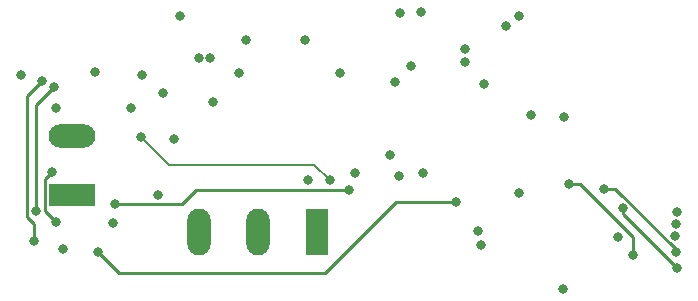
<source format=gbr>
%TF.GenerationSoftware,KiCad,Pcbnew,6.0.2+dfsg-1*%
%TF.CreationDate,2023-01-31T13:21:46-05:00*%
%TF.ProjectId,sensor-board,73656e73-6f72-42d6-926f-6172642e6b69,v1.0*%
%TF.SameCoordinates,Original*%
%TF.FileFunction,Copper,L2,Inr*%
%TF.FilePolarity,Positive*%
%FSLAX46Y46*%
G04 Gerber Fmt 4.6, Leading zero omitted, Abs format (unit mm)*
G04 Created by KiCad (PCBNEW 6.0.2+dfsg-1) date 2023-01-31 13:21:46*
%MOMM*%
%LPD*%
G01*
G04 APERTURE LIST*
%TA.AperFunction,ComponentPad*%
%ADD10R,1.980000X3.960000*%
%TD*%
%TA.AperFunction,ComponentPad*%
%ADD11O,1.980000X3.960000*%
%TD*%
%TA.AperFunction,ComponentPad*%
%ADD12R,3.960000X1.980000*%
%TD*%
%TA.AperFunction,ComponentPad*%
%ADD13O,3.960000X1.980000*%
%TD*%
%TA.AperFunction,ViaPad*%
%ADD14C,0.800000*%
%TD*%
%TA.AperFunction,Conductor*%
%ADD15C,0.200000*%
%TD*%
%TA.AperFunction,Conductor*%
%ADD16C,0.250000*%
%TD*%
G04 APERTURE END LIST*
D10*
%TO.N,+3V3*%
%TO.C,J3*%
X103000000Y-144250000D03*
D11*
%TO.N,DQ*%
X98000000Y-144250000D03*
%TO.N,GND*%
X93000000Y-144250000D03*
%TD*%
D12*
%TO.N,VIN+*%
%TO.C,J4*%
X82300000Y-141165000D03*
D13*
%TO.N,VIN-*%
X82300000Y-136165000D03*
%TD*%
D14*
%TO.N,+3V3*%
X128500000Y-144700000D03*
X110000000Y-139500000D03*
X85750000Y-143500000D03*
%TO.N,GND*%
X120142000Y-140970000D03*
X78000000Y-131000000D03*
X121158000Y-134366000D03*
X106250000Y-139250000D03*
X123952000Y-134493000D03*
X88250000Y-131000000D03*
X91400000Y-126000000D03*
X81500000Y-145724500D03*
X94250000Y-133250000D03*
X123900000Y-149100000D03*
%TO.N,VIN+*%
X89600000Y-141175500D03*
X111000000Y-130200000D03*
X102300000Y-139900000D03*
X116900000Y-145400000D03*
%TO.N,VIN-*%
X104100000Y-139900000D03*
X116700000Y-144200000D03*
X88100000Y-136200000D03*
%TO.N,GNDA*%
X117200000Y-131700000D03*
X102000000Y-128000000D03*
X105000000Y-130800000D03*
X110085493Y-125738744D03*
X119000000Y-126800000D03*
X109600000Y-131600000D03*
%TO.N,+3V3A*%
X120100000Y-126000000D03*
%TO.N,Net-(C4-Pad1)*%
X90000000Y-132500000D03*
X80900000Y-143400000D03*
X80600000Y-139200000D03*
X90912299Y-136387701D03*
%TO.N,SDA*%
X115600000Y-129850499D03*
X93000000Y-129500000D03*
X133510377Y-142606611D03*
X114790000Y-141750000D03*
X79050000Y-145050000D03*
X79750000Y-131500000D03*
X84500000Y-146000000D03*
%TO.N,SCL*%
X85900000Y-141900000D03*
X80750000Y-132000000D03*
X133400000Y-143600000D03*
X84250000Y-130750000D03*
X79250000Y-142500000D03*
X94000000Y-129500000D03*
X105750000Y-140750000D03*
X115600000Y-128800000D03*
%TO.N,DQ*%
X109250000Y-137750000D03*
%TO.N,Net-(C4-Pad2)*%
X80900000Y-133800000D03*
X87300000Y-133800000D03*
%TO.N,PCTLZ*%
X112000000Y-139250000D03*
%TO.N,Net-(D3-Pad1)*%
X111800000Y-125600000D03*
%TO.N,A0*%
X133500000Y-147300000D03*
X128924937Y-142275063D03*
%TO.N,A1*%
X127300000Y-140600000D03*
X133400000Y-146000000D03*
%TO.N,A2*%
X129800000Y-146200000D03*
X124368369Y-140231631D03*
%TO.N,Net-(R13-Pad2)*%
X97000000Y-128000000D03*
X96400000Y-130800000D03*
%TO.N,Net-(R4-Pad2)*%
X133300000Y-144600000D03*
%TD*%
D15*
%TO.N,VIN-*%
X88100000Y-136200000D02*
X90500000Y-138600000D01*
X90500000Y-138600000D02*
X102800000Y-138600000D01*
X102800000Y-138600000D02*
X104100000Y-139900000D01*
D16*
%TO.N,Net-(C4-Pad1)*%
X80900000Y-143400000D02*
X79995489Y-142495489D01*
X79995489Y-142495489D02*
X79995489Y-139804511D01*
X79995489Y-139804511D02*
X80600000Y-139200000D01*
%TO.N,SDA*%
X79050000Y-145050000D02*
X79050000Y-143550000D01*
X78500000Y-132750000D02*
X79750000Y-131500000D01*
X78500000Y-143000000D02*
X78500000Y-132750000D01*
X103750000Y-147750000D02*
X86250000Y-147750000D01*
X79050000Y-143550000D02*
X78500000Y-143000000D01*
X86250000Y-147750000D02*
X84500000Y-146000000D01*
X114790000Y-141750000D02*
X109750000Y-141750000D01*
X109750000Y-141750000D02*
X103750000Y-147750000D01*
%TO.N,SCL*%
X79250000Y-133500000D02*
X80750000Y-132000000D01*
X92750000Y-140750000D02*
X91600000Y-141900000D01*
X79250000Y-142500000D02*
X79250000Y-133500000D01*
X91600000Y-141900000D02*
X85900000Y-141900000D01*
X105750000Y-140750000D02*
X92750000Y-140750000D01*
%TO.N,A0*%
X128924937Y-142724937D02*
X133500000Y-147300000D01*
X128924937Y-142275063D02*
X128924937Y-142724937D01*
%TO.N,A1*%
X133400000Y-145725512D02*
X133400000Y-146000000D01*
X127300000Y-140600000D02*
X128274488Y-140600000D01*
X128274488Y-140600000D02*
X133400000Y-145725512D01*
%TO.N,A2*%
X125331631Y-140231631D02*
X129800000Y-144700000D01*
X129800000Y-144700000D02*
X129800000Y-146200000D01*
X124368369Y-140231631D02*
X125331631Y-140231631D01*
%TD*%
M02*

</source>
